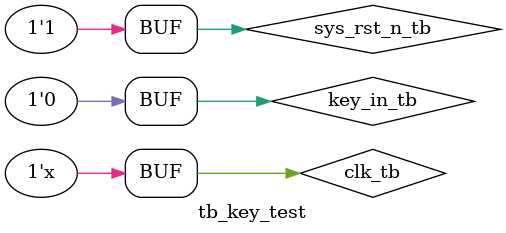
<source format=v>

`timescale 1ms/100us;

module tb_key_test;

//declare input to DUT
reg clk_tb;
reg sys_rst_n_tb;
reg key_in_tb;

//declare output of DUT
wire key_en_tb;

//instancing the DUT
key_test u1 (
.clk(clk_tb),
.sys_rst_n(sys_rst_n_tb),
.key_in(key_in_tb),
.key_en(key_en_tb)
);

//creat 1KHz clock
initial
  clk_tb = 1'b0;
  always
  begin
    #0.5 clk_tb = ~clk_tb;
    #0.5 clk_tb = ~clk_tb;
  end

//key_in
initial
  key_in_tb = 1'b0;
  always
  begin
  #100 key_in_tb = 1'b1;
  #15 key_in_tb = 1'b0;
  #50 key_in_tb = 1'b1;
  #5 key_in_tb = 1'b0;
  #50 key_in_tb = 1'b1;
  #8 key_in_tb = 1'b0;
  #15 key_in_tb = 1'b1;
  #10 key_in_tb = 1'b0;
  end

//key_rst_n
initial
sys_rst_n_tb = 1'b1;

//key_

endmodule

</source>
